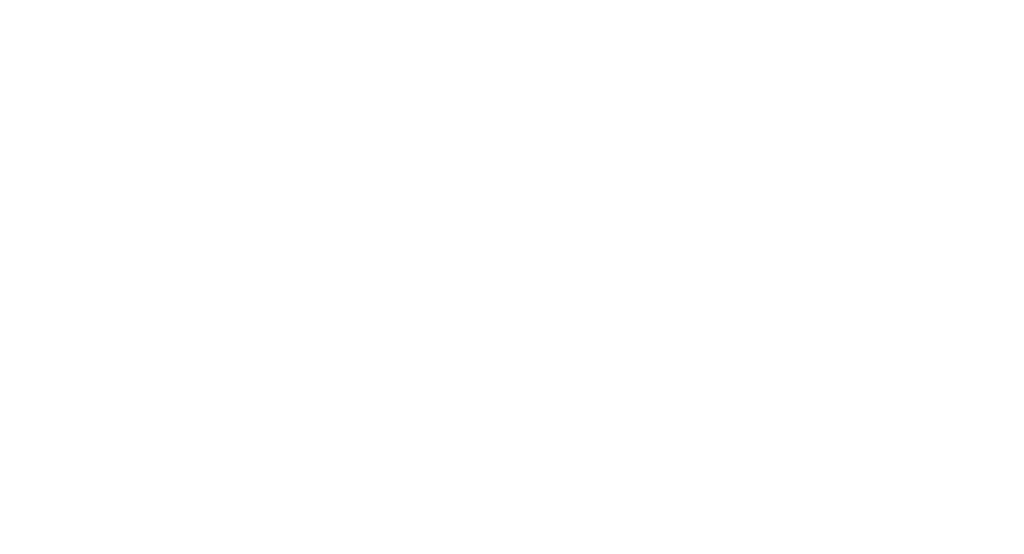
<source format=kicad_pcb>
(kicad_pcb (version 4) (host pcbnew 4.0.7-e2-6376~58~ubuntu16.04.1)

  (general
    (links 0)
    (no_connects 0)
    (area 120.3198 33.909 263.164559 102.997)
    (thickness 1.6)
    (drawings 1)
    (tracks 0)
    (zones 0)
    (modules 0)
    (nets 1)
  )

  (page USLetter)
  (title_block
    (title Title)
    (date 2016-12-06)
    (rev v1.0)
    (company "All Rights Reserved")
    (comment 1 help@browndoggadgets.com)
    (comment 2 http://www.browndoggadgets.com/)
    (comment 3 "Company: Brown Dog Gadgets")
  )

  (layers
    (0 F.Cu signal)
    (31 B.Cu signal)
    (34 B.Paste user)
    (35 F.Paste user)
    (36 B.SilkS user)
    (37 F.SilkS user)
    (38 B.Mask user)
    (39 F.Mask user)
    (40 Dwgs.User user)
    (44 Edge.Cuts user)
    (46 B.CrtYd user)
    (47 F.CrtYd user)
    (48 B.Fab user)
    (49 F.Fab user)
  )

  (setup
    (last_trace_width 0.254)
    (user_trace_width 0.1524)
    (user_trace_width 0.254)
    (user_trace_width 0.3302)
    (user_trace_width 0.508)
    (user_trace_width 0.762)
    (user_trace_width 1.27)
    (trace_clearance 0.254)
    (zone_clearance 0.508)
    (zone_45_only no)
    (trace_min 0.1524)
    (segment_width 0.1524)
    (edge_width 0.1524)
    (via_size 0.6858)
    (via_drill 0.3302)
    (via_min_size 0.6858)
    (via_min_drill 0.3302)
    (user_via 0.6858 0.3302)
    (user_via 0.762 0.4064)
    (user_via 0.8636 0.508)
    (uvia_size 0.6858)
    (uvia_drill 0.3302)
    (uvias_allowed no)
    (uvia_min_size 0)
    (uvia_min_drill 0)
    (pcb_text_width 0.1524)
    (pcb_text_size 1.016 1.016)
    (mod_edge_width 0.1524)
    (mod_text_size 1.016 1.016)
    (mod_text_width 0.1524)
    (pad_size 1.524 1.524)
    (pad_drill 0.762)
    (pad_to_mask_clearance 0.0762)
    (solder_mask_min_width 0.1016)
    (pad_to_paste_clearance -0.0762)
    (aux_axis_origin 0 0)
    (visible_elements FFFEDF7D)
    (pcbplotparams
      (layerselection 0x310fc_80000001)
      (usegerberextensions true)
      (excludeedgelayer true)
      (linewidth 0.100000)
      (plotframeref false)
      (viasonmask false)
      (mode 1)
      (useauxorigin false)
      (hpglpennumber 1)
      (hpglpenspeed 20)
      (hpglpendiameter 15)
      (hpglpenoverlay 2)
      (psnegative false)
      (psa4output false)
      (plotreference true)
      (plotvalue true)
      (plotinvisibletext false)
      (padsonsilk false)
      (subtractmaskfromsilk false)
      (outputformat 1)
      (mirror false)
      (drillshape 0)
      (scaleselection 1)
      (outputdirectory gerbers))
  )

  (net 0 "")

  (net_class Default "This is the default net class."
    (clearance 0.254)
    (trace_width 0.254)
    (via_dia 0.6858)
    (via_drill 0.3302)
    (uvia_dia 0.6858)
    (uvia_drill 0.3302)
  )

  (gr_text "FABRICATION NOTES\n\n1. THIS IS A 2 LAYER BOARD. \n2. EXTERNAL LAYERS SHALL HAVE 1 OZ COPPER.\n3. MATERIAL: FR4 AND 0.062 INCH +/- 10% THICK.\n4. BOARDS SHALL BE ROHS COMPLIANT. \n5. MANUFACTURE IN ACCORDANCE WITH IPC-6012 CLASS 2\n6. MASK: BOTH SIDES OF THE BOARD SHALL HAVE \n   SOLDER MASK (ANY COLOR) OVER BARE COPPER. \n7. SILK: BOTH SIDES OF THE BOARD SHALL HAVE \n   WHITE SILKSCREEN. DO NOT PLACE SILK OVER BARE COPPER.\n8. FINISH: ENIG.\n9. MINIMUM TRACE WIDTH - 0.006 INCH.\n   MINIMUM SPACE - 0.006 INCH.\n   MINIMUM HOLE DIA - 0.013 INCH. \n10. MAX HOLE PLACEMENT TOLERANCE OF +/- 0.003 INCH.\n11. MAX HOLE DIAMETER TOLERANCE OF +/- 0.003 INCH AFTER PLATING.\n12. PANELIZING: V-SCORE ONLY. \n   DO NOT USE SUPPORT TABS OR MOUSEBITES." (at 120.3198 68.326) (layer Dwgs.User)
    (effects (font (size 2.54 2.54) (thickness 0.254)) (justify left))
  )

)

</source>
